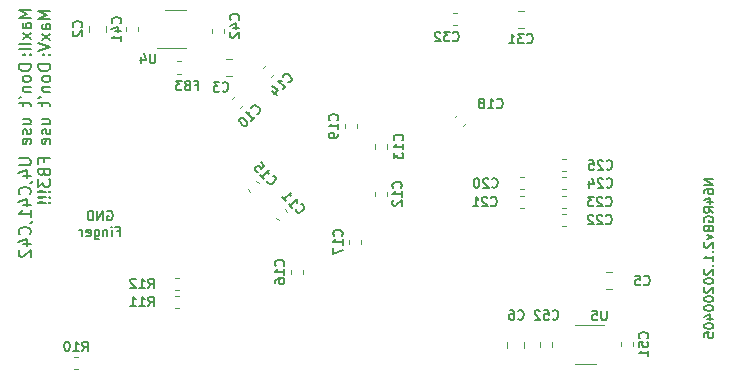
<source format=gbr>
G04 #@! TF.GenerationSoftware,KiCad,Pcbnew,(5.1.5)-3*
G04 #@! TF.CreationDate,2020-07-07T13:40:07+02:00*
G04 #@! TF.ProjectId,n64rgbv2.1,6e363472-6762-4763-922e-312e6b696361,rev?*
G04 #@! TF.SameCoordinates,Original*
G04 #@! TF.FileFunction,Legend,Bot*
G04 #@! TF.FilePolarity,Positive*
%FSLAX46Y46*%
G04 Gerber Fmt 4.6, Leading zero omitted, Abs format (unit mm)*
G04 Created by KiCad (PCBNEW (5.1.5)-3) date 2020-07-07 13:40:07*
%MOMM*%
%LPD*%
G04 APERTURE LIST*
%ADD10C,0.150000*%
%ADD11C,0.120000*%
G04 APERTURE END LIST*
D10*
X122402523Y-106113000D02*
X122478714Y-106074904D01*
X122593000Y-106074904D01*
X122707285Y-106113000D01*
X122783476Y-106189190D01*
X122821571Y-106265380D01*
X122859666Y-106417761D01*
X122859666Y-106532047D01*
X122821571Y-106684428D01*
X122783476Y-106760619D01*
X122707285Y-106836809D01*
X122593000Y-106874904D01*
X122516809Y-106874904D01*
X122402523Y-106836809D01*
X122364428Y-106798714D01*
X122364428Y-106532047D01*
X122516809Y-106532047D01*
X122021571Y-106874904D02*
X122021571Y-106074904D01*
X121564428Y-106874904D01*
X121564428Y-106074904D01*
X121183476Y-106874904D02*
X121183476Y-106074904D01*
X120993000Y-106074904D01*
X120878714Y-106113000D01*
X120802523Y-106189190D01*
X120764428Y-106265380D01*
X120726333Y-106417761D01*
X120726333Y-106532047D01*
X120764428Y-106684428D01*
X120802523Y-106760619D01*
X120878714Y-106836809D01*
X120993000Y-106874904D01*
X121183476Y-106874904D01*
X123183476Y-107805857D02*
X123450142Y-107805857D01*
X123450142Y-108224904D02*
X123450142Y-107424904D01*
X123069190Y-107424904D01*
X122764428Y-108224904D02*
X122764428Y-107691571D01*
X122764428Y-107424904D02*
X122802523Y-107463000D01*
X122764428Y-107501095D01*
X122726333Y-107463000D01*
X122764428Y-107424904D01*
X122764428Y-107501095D01*
X122383476Y-107691571D02*
X122383476Y-108224904D01*
X122383476Y-107767761D02*
X122345380Y-107729666D01*
X122269190Y-107691571D01*
X122154904Y-107691571D01*
X122078714Y-107729666D01*
X122040619Y-107805857D01*
X122040619Y-108224904D01*
X121316809Y-107691571D02*
X121316809Y-108339190D01*
X121354904Y-108415380D01*
X121393000Y-108453476D01*
X121469190Y-108491571D01*
X121583476Y-108491571D01*
X121659666Y-108453476D01*
X121316809Y-108186809D02*
X121393000Y-108224904D01*
X121545380Y-108224904D01*
X121621571Y-108186809D01*
X121659666Y-108148714D01*
X121697761Y-108072523D01*
X121697761Y-107843952D01*
X121659666Y-107767761D01*
X121621571Y-107729666D01*
X121545380Y-107691571D01*
X121393000Y-107691571D01*
X121316809Y-107729666D01*
X120631095Y-108186809D02*
X120707285Y-108224904D01*
X120859666Y-108224904D01*
X120935857Y-108186809D01*
X120973952Y-108110619D01*
X120973952Y-107805857D01*
X120935857Y-107729666D01*
X120859666Y-107691571D01*
X120707285Y-107691571D01*
X120631095Y-107729666D01*
X120593000Y-107805857D01*
X120593000Y-107882047D01*
X120973952Y-107958238D01*
X120250142Y-108224904D02*
X120250142Y-107691571D01*
X120250142Y-107843952D02*
X120212047Y-107767761D01*
X120173952Y-107729666D01*
X120097761Y-107691571D01*
X120021571Y-107691571D01*
X115908580Y-93705995D02*
X114908580Y-93705995D01*
X114908580Y-93944090D01*
X114956200Y-94086947D01*
X115051438Y-94182185D01*
X115146676Y-94229804D01*
X115337152Y-94277423D01*
X115480009Y-94277423D01*
X115670485Y-94229804D01*
X115765723Y-94182185D01*
X115860961Y-94086947D01*
X115908580Y-93944090D01*
X115908580Y-93705995D01*
X115908580Y-94848852D02*
X115860961Y-94753614D01*
X115813342Y-94705995D01*
X115718104Y-94658376D01*
X115432390Y-94658376D01*
X115337152Y-94705995D01*
X115289533Y-94753614D01*
X115241914Y-94848852D01*
X115241914Y-94991709D01*
X115289533Y-95086947D01*
X115337152Y-95134566D01*
X115432390Y-95182185D01*
X115718104Y-95182185D01*
X115813342Y-95134566D01*
X115860961Y-95086947D01*
X115908580Y-94991709D01*
X115908580Y-94848852D01*
X115241914Y-95610757D02*
X115908580Y-95610757D01*
X115337152Y-95610757D02*
X115289533Y-95658376D01*
X115241914Y-95753614D01*
X115241914Y-95896471D01*
X115289533Y-95991709D01*
X115384771Y-96039328D01*
X115908580Y-96039328D01*
X114908580Y-96563138D02*
X115099057Y-96467900D01*
X115241914Y-96848852D02*
X115241914Y-97229804D01*
X114908580Y-96991709D02*
X115765723Y-96991709D01*
X115860961Y-97039328D01*
X115908580Y-97134566D01*
X115908580Y-97229804D01*
X115241914Y-98753614D02*
X115908580Y-98753614D01*
X115241914Y-98325042D02*
X115765723Y-98325042D01*
X115860961Y-98372661D01*
X115908580Y-98467900D01*
X115908580Y-98610757D01*
X115860961Y-98705995D01*
X115813342Y-98753614D01*
X115860961Y-99182185D02*
X115908580Y-99277423D01*
X115908580Y-99467900D01*
X115860961Y-99563138D01*
X115765723Y-99610757D01*
X115718104Y-99610757D01*
X115622866Y-99563138D01*
X115575247Y-99467900D01*
X115575247Y-99325042D01*
X115527628Y-99229804D01*
X115432390Y-99182185D01*
X115384771Y-99182185D01*
X115289533Y-99229804D01*
X115241914Y-99325042D01*
X115241914Y-99467900D01*
X115289533Y-99563138D01*
X115860961Y-100420280D02*
X115908580Y-100325042D01*
X115908580Y-100134566D01*
X115860961Y-100039328D01*
X115765723Y-99991709D01*
X115384771Y-99991709D01*
X115289533Y-100039328D01*
X115241914Y-100134566D01*
X115241914Y-100325042D01*
X115289533Y-100420280D01*
X115384771Y-100467900D01*
X115480009Y-100467900D01*
X115575247Y-99991709D01*
X114908580Y-101658376D02*
X115718104Y-101658376D01*
X115813342Y-101705995D01*
X115860961Y-101753614D01*
X115908580Y-101848852D01*
X115908580Y-102039328D01*
X115860961Y-102134566D01*
X115813342Y-102182185D01*
X115718104Y-102229804D01*
X114908580Y-102229804D01*
X115241914Y-103134566D02*
X115908580Y-103134566D01*
X114860961Y-102896471D02*
X115575247Y-102658376D01*
X115575247Y-103277423D01*
X115860961Y-103705995D02*
X115908580Y-103705995D01*
X116003819Y-103658376D01*
X116051438Y-103610757D01*
X115813342Y-104705995D02*
X115860961Y-104658376D01*
X115908580Y-104515519D01*
X115908580Y-104420280D01*
X115860961Y-104277423D01*
X115765723Y-104182185D01*
X115670485Y-104134566D01*
X115480009Y-104086947D01*
X115337152Y-104086947D01*
X115146676Y-104134566D01*
X115051438Y-104182185D01*
X114956200Y-104277423D01*
X114908580Y-104420280D01*
X114908580Y-104515519D01*
X114956200Y-104658376D01*
X115003819Y-104705995D01*
X115241914Y-105563138D02*
X115908580Y-105563138D01*
X114860961Y-105325042D02*
X115575247Y-105086947D01*
X115575247Y-105705995D01*
X115908580Y-106610757D02*
X115908580Y-106039328D01*
X115908580Y-106325042D02*
X114908580Y-106325042D01*
X115051438Y-106229804D01*
X115146676Y-106134566D01*
X115194295Y-106039328D01*
X115860961Y-107086947D02*
X115908580Y-107086947D01*
X116003819Y-107039328D01*
X116051438Y-106991709D01*
X115813342Y-108086947D02*
X115860961Y-108039328D01*
X115908580Y-107896471D01*
X115908580Y-107801233D01*
X115860961Y-107658376D01*
X115765723Y-107563138D01*
X115670485Y-107515519D01*
X115480009Y-107467900D01*
X115337152Y-107467900D01*
X115146676Y-107515519D01*
X115051438Y-107563138D01*
X114956200Y-107658376D01*
X114908580Y-107801233D01*
X114908580Y-107896471D01*
X114956200Y-108039328D01*
X115003819Y-108086947D01*
X115241914Y-108944090D02*
X115908580Y-108944090D01*
X114860961Y-108705995D02*
X115575247Y-108467900D01*
X115575247Y-109086947D01*
X115003819Y-109420280D02*
X114956200Y-109467900D01*
X114908580Y-109563138D01*
X114908580Y-109801233D01*
X114956200Y-109896471D01*
X115003819Y-109944090D01*
X115099057Y-109991709D01*
X115194295Y-109991709D01*
X115337152Y-109944090D01*
X115908580Y-109372661D01*
X115908580Y-109991709D01*
X117558580Y-93705995D02*
X116558580Y-93705995D01*
X116558580Y-93944090D01*
X116606200Y-94086947D01*
X116701438Y-94182185D01*
X116796676Y-94229804D01*
X116987152Y-94277423D01*
X117130009Y-94277423D01*
X117320485Y-94229804D01*
X117415723Y-94182185D01*
X117510961Y-94086947D01*
X117558580Y-93944090D01*
X117558580Y-93705995D01*
X117558580Y-94848852D02*
X117510961Y-94753614D01*
X117463342Y-94705995D01*
X117368104Y-94658376D01*
X117082390Y-94658376D01*
X116987152Y-94705995D01*
X116939533Y-94753614D01*
X116891914Y-94848852D01*
X116891914Y-94991709D01*
X116939533Y-95086947D01*
X116987152Y-95134566D01*
X117082390Y-95182185D01*
X117368104Y-95182185D01*
X117463342Y-95134566D01*
X117510961Y-95086947D01*
X117558580Y-94991709D01*
X117558580Y-94848852D01*
X116891914Y-95610757D02*
X117558580Y-95610757D01*
X116987152Y-95610757D02*
X116939533Y-95658376D01*
X116891914Y-95753614D01*
X116891914Y-95896471D01*
X116939533Y-95991709D01*
X117034771Y-96039328D01*
X117558580Y-96039328D01*
X116558580Y-96563138D02*
X116749057Y-96467900D01*
X116891914Y-96848852D02*
X116891914Y-97229804D01*
X116558580Y-96991709D02*
X117415723Y-96991709D01*
X117510961Y-97039328D01*
X117558580Y-97134566D01*
X117558580Y-97229804D01*
X116891914Y-98753614D02*
X117558580Y-98753614D01*
X116891914Y-98325042D02*
X117415723Y-98325042D01*
X117510961Y-98372661D01*
X117558580Y-98467900D01*
X117558580Y-98610757D01*
X117510961Y-98705995D01*
X117463342Y-98753614D01*
X117510961Y-99182185D02*
X117558580Y-99277423D01*
X117558580Y-99467900D01*
X117510961Y-99563138D01*
X117415723Y-99610757D01*
X117368104Y-99610757D01*
X117272866Y-99563138D01*
X117225247Y-99467900D01*
X117225247Y-99325042D01*
X117177628Y-99229804D01*
X117082390Y-99182185D01*
X117034771Y-99182185D01*
X116939533Y-99229804D01*
X116891914Y-99325042D01*
X116891914Y-99467900D01*
X116939533Y-99563138D01*
X117510961Y-100420280D02*
X117558580Y-100325042D01*
X117558580Y-100134566D01*
X117510961Y-100039328D01*
X117415723Y-99991709D01*
X117034771Y-99991709D01*
X116939533Y-100039328D01*
X116891914Y-100134566D01*
X116891914Y-100325042D01*
X116939533Y-100420280D01*
X117034771Y-100467900D01*
X117130009Y-100467900D01*
X117225247Y-99991709D01*
X117034771Y-101991709D02*
X117034771Y-101658376D01*
X117558580Y-101658376D02*
X116558580Y-101658376D01*
X116558580Y-102134566D01*
X117034771Y-102848852D02*
X117082390Y-102991709D01*
X117130009Y-103039328D01*
X117225247Y-103086947D01*
X117368104Y-103086947D01*
X117463342Y-103039328D01*
X117510961Y-102991709D01*
X117558580Y-102896471D01*
X117558580Y-102515519D01*
X116558580Y-102515519D01*
X116558580Y-102848852D01*
X116606200Y-102944090D01*
X116653819Y-102991709D01*
X116749057Y-103039328D01*
X116844295Y-103039328D01*
X116939533Y-102991709D01*
X116987152Y-102944090D01*
X117034771Y-102848852D01*
X117034771Y-102515519D01*
X116558580Y-103420280D02*
X116558580Y-104039328D01*
X116939533Y-103705995D01*
X116939533Y-103848852D01*
X116987152Y-103944090D01*
X117034771Y-103991709D01*
X117130009Y-104039328D01*
X117368104Y-104039328D01*
X117463342Y-103991709D01*
X117510961Y-103944090D01*
X117558580Y-103848852D01*
X117558580Y-103563138D01*
X117510961Y-103467900D01*
X117463342Y-103420280D01*
X117463342Y-104467900D02*
X117510961Y-104515519D01*
X117558580Y-104467900D01*
X117510961Y-104420280D01*
X117463342Y-104467900D01*
X117558580Y-104467900D01*
X117177628Y-104467900D02*
X116606200Y-104420280D01*
X116558580Y-104467900D01*
X116606200Y-104515519D01*
X117177628Y-104467900D01*
X116558580Y-104467900D01*
X117463342Y-104944090D02*
X117510961Y-104991709D01*
X117558580Y-104944090D01*
X117510961Y-104896471D01*
X117463342Y-104944090D01*
X117558580Y-104944090D01*
X117177628Y-104944090D02*
X116606200Y-104896471D01*
X116558580Y-104944090D01*
X116606200Y-104991709D01*
X117177628Y-104944090D01*
X116558580Y-104944090D01*
X117463342Y-105420280D02*
X117510961Y-105467900D01*
X117558580Y-105420280D01*
X117510961Y-105372661D01*
X117463342Y-105420280D01*
X117558580Y-105420280D01*
X117177628Y-105420280D02*
X116606200Y-105372661D01*
X116558580Y-105420280D01*
X116606200Y-105467900D01*
X117177628Y-105420280D01*
X116558580Y-105420280D01*
X115908580Y-89072880D02*
X114908580Y-89072880D01*
X115622866Y-89406214D01*
X114908580Y-89739547D01*
X115908580Y-89739547D01*
X115908580Y-90644309D02*
X115384771Y-90644309D01*
X115289533Y-90596690D01*
X115241914Y-90501452D01*
X115241914Y-90310976D01*
X115289533Y-90215738D01*
X115860961Y-90644309D02*
X115908580Y-90549071D01*
X115908580Y-90310976D01*
X115860961Y-90215738D01*
X115765723Y-90168119D01*
X115670485Y-90168119D01*
X115575247Y-90215738D01*
X115527628Y-90310976D01*
X115527628Y-90549071D01*
X115480009Y-90644309D01*
X115908580Y-91025261D02*
X115241914Y-91549071D01*
X115241914Y-91025261D02*
X115908580Y-91549071D01*
X115908580Y-91930023D02*
X114908580Y-91930023D01*
X115908580Y-92406214D02*
X114908580Y-92406214D01*
X115813342Y-92882404D02*
X115860961Y-92930023D01*
X115908580Y-92882404D01*
X115860961Y-92834785D01*
X115813342Y-92882404D01*
X115908580Y-92882404D01*
X115289533Y-92882404D02*
X115337152Y-92930023D01*
X115384771Y-92882404D01*
X115337152Y-92834785D01*
X115289533Y-92882404D01*
X115384771Y-92882404D01*
X117558580Y-89168119D02*
X116558580Y-89168119D01*
X117272866Y-89501452D01*
X116558580Y-89834785D01*
X117558580Y-89834785D01*
X117558580Y-90739547D02*
X117034771Y-90739547D01*
X116939533Y-90691928D01*
X116891914Y-90596690D01*
X116891914Y-90406214D01*
X116939533Y-90310976D01*
X117510961Y-90739547D02*
X117558580Y-90644309D01*
X117558580Y-90406214D01*
X117510961Y-90310976D01*
X117415723Y-90263357D01*
X117320485Y-90263357D01*
X117225247Y-90310976D01*
X117177628Y-90406214D01*
X117177628Y-90644309D01*
X117130009Y-90739547D01*
X117558580Y-91120500D02*
X116891914Y-91644309D01*
X116891914Y-91120500D02*
X117558580Y-91644309D01*
X116558580Y-91882404D02*
X117558580Y-92215738D01*
X116558580Y-92549071D01*
X117463342Y-92882404D02*
X117510961Y-92930023D01*
X117558580Y-92882404D01*
X117510961Y-92834785D01*
X117463342Y-92882404D01*
X117558580Y-92882404D01*
X116939533Y-92882404D02*
X116987152Y-92930023D01*
X117034771Y-92882404D01*
X116987152Y-92834785D01*
X116939533Y-92882404D01*
X117034771Y-92882404D01*
X173716904Y-103423285D02*
X172916904Y-103423285D01*
X173716904Y-103880428D01*
X172916904Y-103880428D01*
X172916904Y-104604238D02*
X172916904Y-104451857D01*
X172955000Y-104375666D01*
X172993095Y-104337571D01*
X173107380Y-104261380D01*
X173259761Y-104223285D01*
X173564523Y-104223285D01*
X173640714Y-104261380D01*
X173678809Y-104299476D01*
X173716904Y-104375666D01*
X173716904Y-104528047D01*
X173678809Y-104604238D01*
X173640714Y-104642333D01*
X173564523Y-104680428D01*
X173374047Y-104680428D01*
X173297857Y-104642333D01*
X173259761Y-104604238D01*
X173221666Y-104528047D01*
X173221666Y-104375666D01*
X173259761Y-104299476D01*
X173297857Y-104261380D01*
X173374047Y-104223285D01*
X173183571Y-105366142D02*
X173716904Y-105366142D01*
X172878809Y-105175666D02*
X173450238Y-104985190D01*
X173450238Y-105480428D01*
X173716904Y-106242333D02*
X173335952Y-105975666D01*
X173716904Y-105785190D02*
X172916904Y-105785190D01*
X172916904Y-106089952D01*
X172955000Y-106166142D01*
X172993095Y-106204238D01*
X173069285Y-106242333D01*
X173183571Y-106242333D01*
X173259761Y-106204238D01*
X173297857Y-106166142D01*
X173335952Y-106089952D01*
X173335952Y-105785190D01*
X172955000Y-107004238D02*
X172916904Y-106928047D01*
X172916904Y-106813761D01*
X172955000Y-106699476D01*
X173031190Y-106623285D01*
X173107380Y-106585190D01*
X173259761Y-106547095D01*
X173374047Y-106547095D01*
X173526428Y-106585190D01*
X173602619Y-106623285D01*
X173678809Y-106699476D01*
X173716904Y-106813761D01*
X173716904Y-106889952D01*
X173678809Y-107004238D01*
X173640714Y-107042333D01*
X173374047Y-107042333D01*
X173374047Y-106889952D01*
X173297857Y-107651857D02*
X173335952Y-107766142D01*
X173374047Y-107804238D01*
X173450238Y-107842333D01*
X173564523Y-107842333D01*
X173640714Y-107804238D01*
X173678809Y-107766142D01*
X173716904Y-107689952D01*
X173716904Y-107385190D01*
X172916904Y-107385190D01*
X172916904Y-107651857D01*
X172955000Y-107728047D01*
X172993095Y-107766142D01*
X173069285Y-107804238D01*
X173145476Y-107804238D01*
X173221666Y-107766142D01*
X173259761Y-107728047D01*
X173297857Y-107651857D01*
X173297857Y-107385190D01*
X173183571Y-108109000D02*
X173716904Y-108299476D01*
X173183571Y-108489952D01*
X172993095Y-108756619D02*
X172955000Y-108794714D01*
X172916904Y-108870904D01*
X172916904Y-109061380D01*
X172955000Y-109137571D01*
X172993095Y-109175666D01*
X173069285Y-109213761D01*
X173145476Y-109213761D01*
X173259761Y-109175666D01*
X173716904Y-108718523D01*
X173716904Y-109213761D01*
X173640714Y-109556619D02*
X173678809Y-109594714D01*
X173716904Y-109556619D01*
X173678809Y-109518523D01*
X173640714Y-109556619D01*
X173716904Y-109556619D01*
X173716904Y-110356619D02*
X173716904Y-109899476D01*
X173716904Y-110128047D02*
X172916904Y-110128047D01*
X173031190Y-110051857D01*
X173107380Y-109975666D01*
X173145476Y-109899476D01*
X173640714Y-110699476D02*
X173678809Y-110737571D01*
X173716904Y-110699476D01*
X173678809Y-110661380D01*
X173640714Y-110699476D01*
X173716904Y-110699476D01*
X172993095Y-111042333D02*
X172955000Y-111080428D01*
X172916904Y-111156619D01*
X172916904Y-111347095D01*
X172955000Y-111423285D01*
X172993095Y-111461380D01*
X173069285Y-111499476D01*
X173145476Y-111499476D01*
X173259761Y-111461380D01*
X173716904Y-111004238D01*
X173716904Y-111499476D01*
X172916904Y-111994714D02*
X172916904Y-112070904D01*
X172955000Y-112147095D01*
X172993095Y-112185190D01*
X173069285Y-112223285D01*
X173221666Y-112261380D01*
X173412142Y-112261380D01*
X173564523Y-112223285D01*
X173640714Y-112185190D01*
X173678809Y-112147095D01*
X173716904Y-112070904D01*
X173716904Y-111994714D01*
X173678809Y-111918523D01*
X173640714Y-111880428D01*
X173564523Y-111842333D01*
X173412142Y-111804238D01*
X173221666Y-111804238D01*
X173069285Y-111842333D01*
X172993095Y-111880428D01*
X172955000Y-111918523D01*
X172916904Y-111994714D01*
X172993095Y-112566142D02*
X172955000Y-112604238D01*
X172916904Y-112680428D01*
X172916904Y-112870904D01*
X172955000Y-112947095D01*
X172993095Y-112985190D01*
X173069285Y-113023285D01*
X173145476Y-113023285D01*
X173259761Y-112985190D01*
X173716904Y-112528047D01*
X173716904Y-113023285D01*
X172916904Y-113518523D02*
X172916904Y-113594714D01*
X172955000Y-113670904D01*
X172993095Y-113709000D01*
X173069285Y-113747095D01*
X173221666Y-113785190D01*
X173412142Y-113785190D01*
X173564523Y-113747095D01*
X173640714Y-113709000D01*
X173678809Y-113670904D01*
X173716904Y-113594714D01*
X173716904Y-113518523D01*
X173678809Y-113442333D01*
X173640714Y-113404238D01*
X173564523Y-113366142D01*
X173412142Y-113328047D01*
X173221666Y-113328047D01*
X173069285Y-113366142D01*
X172993095Y-113404238D01*
X172955000Y-113442333D01*
X172916904Y-113518523D01*
X172916904Y-114280428D02*
X172916904Y-114356619D01*
X172955000Y-114432809D01*
X172993095Y-114470904D01*
X173069285Y-114509000D01*
X173221666Y-114547095D01*
X173412142Y-114547095D01*
X173564523Y-114509000D01*
X173640714Y-114470904D01*
X173678809Y-114432809D01*
X173716904Y-114356619D01*
X173716904Y-114280428D01*
X173678809Y-114204238D01*
X173640714Y-114166142D01*
X173564523Y-114128047D01*
X173412142Y-114089952D01*
X173221666Y-114089952D01*
X173069285Y-114128047D01*
X172993095Y-114166142D01*
X172955000Y-114204238D01*
X172916904Y-114280428D01*
X173183571Y-115232809D02*
X173716904Y-115232809D01*
X172878809Y-115042333D02*
X173450238Y-114851857D01*
X173450238Y-115347095D01*
X172916904Y-115804238D02*
X172916904Y-115880428D01*
X172955000Y-115956619D01*
X172993095Y-115994714D01*
X173069285Y-116032809D01*
X173221666Y-116070904D01*
X173412142Y-116070904D01*
X173564523Y-116032809D01*
X173640714Y-115994714D01*
X173678809Y-115956619D01*
X173716904Y-115880428D01*
X173716904Y-115804238D01*
X173678809Y-115728047D01*
X173640714Y-115689952D01*
X173564523Y-115651857D01*
X173412142Y-115613761D01*
X173221666Y-115613761D01*
X173069285Y-115651857D01*
X172993095Y-115689952D01*
X172955000Y-115728047D01*
X172916904Y-115804238D01*
X172916904Y-116794714D02*
X172916904Y-116413761D01*
X173297857Y-116375666D01*
X173259761Y-116413761D01*
X173221666Y-116489952D01*
X173221666Y-116680428D01*
X173259761Y-116756619D01*
X173297857Y-116794714D01*
X173374047Y-116832809D01*
X173564523Y-116832809D01*
X173640714Y-116794714D01*
X173678809Y-116756619D01*
X173716904Y-116680428D01*
X173716904Y-116489952D01*
X173678809Y-116413761D01*
X173640714Y-116375666D01*
D11*
X162013240Y-115804040D02*
X164463240Y-115804040D01*
X163813240Y-119024040D02*
X162013240Y-119024040D01*
X129080920Y-92303280D02*
X126630920Y-92303280D01*
X127280920Y-89083280D02*
X129080920Y-89083280D01*
X128098733Y-111758000D02*
X128441267Y-111758000D01*
X128098733Y-112778000D02*
X128441267Y-112778000D01*
X128098733Y-113282000D02*
X128441267Y-113282000D01*
X128098733Y-114302000D02*
X128441267Y-114302000D01*
X119589733Y-118489000D02*
X119932267Y-118489000D01*
X119589733Y-119509000D02*
X119932267Y-119509000D01*
X128664687Y-93449680D02*
X128322153Y-93449680D01*
X128664687Y-94469680D02*
X128322153Y-94469680D01*
X160022000Y-117242773D02*
X160022000Y-117585307D01*
X159002000Y-117242773D02*
X159002000Y-117585307D01*
X166895240Y-117217273D02*
X166895240Y-117559807D01*
X165875240Y-117217273D02*
X165875240Y-117559807D01*
X131244880Y-91016807D02*
X131244880Y-90674273D01*
X132264880Y-91016807D02*
X132264880Y-90674273D01*
X123950000Y-90879747D02*
X123950000Y-90537213D01*
X124970000Y-90879747D02*
X124970000Y-90537213D01*
X152037767Y-90392980D02*
X151695233Y-90392980D01*
X152037767Y-89372980D02*
X151695233Y-89372980D01*
X157140248Y-89206000D02*
X157662752Y-89206000D01*
X157140248Y-90626000D02*
X157662752Y-90626000D01*
X161242727Y-102719600D02*
X160900193Y-102719600D01*
X161242727Y-101699600D02*
X160900193Y-101699600D01*
X161242928Y-104281700D02*
X160900394Y-104281700D01*
X161242928Y-103261700D02*
X160900394Y-103261700D01*
X161242827Y-105833640D02*
X160900293Y-105833640D01*
X161242827Y-104813640D02*
X160900293Y-104813640D01*
X161242928Y-107383040D02*
X160900394Y-107383040D01*
X161242928Y-106363040D02*
X160900394Y-106363040D01*
X157308733Y-104813640D02*
X157651267Y-104813640D01*
X157308733Y-105833640D02*
X157651267Y-105833640D01*
X157308733Y-103264240D02*
X157651267Y-103264240D01*
X157308733Y-104284240D02*
X157651267Y-104284240D01*
X143512000Y-98761733D02*
X143512000Y-99104267D01*
X142492000Y-98761733D02*
X142492000Y-99104267D01*
X151791271Y-98185480D02*
X152033480Y-97943271D01*
X152512520Y-98906729D02*
X152754729Y-98664520D01*
X143893000Y-108540733D02*
X143893000Y-108883267D01*
X142873000Y-108540733D02*
X142873000Y-108883267D01*
X138940000Y-111080733D02*
X138940000Y-111423267D01*
X137920000Y-111080733D02*
X137920000Y-111423267D01*
X134986520Y-103531271D02*
X135228729Y-103773480D01*
X134265271Y-104252520D02*
X134507480Y-104494729D01*
X135572784Y-94023007D02*
X135814993Y-93780798D01*
X136294033Y-94744256D02*
X136536242Y-94502047D01*
X146052000Y-100476233D02*
X146052000Y-100818767D01*
X145032000Y-100476233D02*
X145032000Y-100818767D01*
X145032000Y-104819267D02*
X145032000Y-104476733D01*
X146052000Y-104819267D02*
X146052000Y-104476733D01*
X136920480Y-106907729D02*
X136678271Y-106665520D01*
X137641729Y-106186480D02*
X137399520Y-105944271D01*
X133895816Y-97128407D02*
X133653607Y-97370616D01*
X133174567Y-96407158D02*
X132932358Y-96649367D01*
X157682000Y-117165248D02*
X157682000Y-117687752D01*
X156262000Y-117165248D02*
X156262000Y-117687752D01*
X164635548Y-111253200D02*
X165158052Y-111253200D01*
X164635548Y-112673200D02*
X165158052Y-112673200D01*
X132438508Y-93239520D02*
X132961012Y-93239520D01*
X132438508Y-94659520D02*
X132961012Y-94659520D01*
X120829000Y-90939252D02*
X120829000Y-90416748D01*
X122249000Y-90939252D02*
X122249000Y-90416748D01*
D10*
X164693523Y-114560404D02*
X164693523Y-115208023D01*
X164655428Y-115284214D01*
X164617333Y-115322309D01*
X164541142Y-115360404D01*
X164388761Y-115360404D01*
X164312571Y-115322309D01*
X164274476Y-115284214D01*
X164236380Y-115208023D01*
X164236380Y-114560404D01*
X163474476Y-114560404D02*
X163855428Y-114560404D01*
X163893523Y-114941357D01*
X163855428Y-114903261D01*
X163779238Y-114865166D01*
X163588761Y-114865166D01*
X163512571Y-114903261D01*
X163474476Y-114941357D01*
X163436380Y-115017547D01*
X163436380Y-115208023D01*
X163474476Y-115284214D01*
X163512571Y-115322309D01*
X163588761Y-115360404D01*
X163779238Y-115360404D01*
X163855428Y-115322309D01*
X163893523Y-115284214D01*
X126466523Y-92779904D02*
X126466523Y-93427523D01*
X126428428Y-93503714D01*
X126390333Y-93541809D01*
X126314142Y-93579904D01*
X126161761Y-93579904D01*
X126085571Y-93541809D01*
X126047476Y-93503714D01*
X126009380Y-93427523D01*
X126009380Y-92779904D01*
X125285571Y-93046571D02*
X125285571Y-93579904D01*
X125476047Y-92741809D02*
X125666523Y-93313238D01*
X125171285Y-93313238D01*
X125863285Y-112629904D02*
X126129952Y-112248952D01*
X126320428Y-112629904D02*
X126320428Y-111829904D01*
X126015666Y-111829904D01*
X125939476Y-111868000D01*
X125901380Y-111906095D01*
X125863285Y-111982285D01*
X125863285Y-112096571D01*
X125901380Y-112172761D01*
X125939476Y-112210857D01*
X126015666Y-112248952D01*
X126320428Y-112248952D01*
X125101380Y-112629904D02*
X125558523Y-112629904D01*
X125329952Y-112629904D02*
X125329952Y-111829904D01*
X125406142Y-111944190D01*
X125482333Y-112020380D01*
X125558523Y-112058476D01*
X124796619Y-111906095D02*
X124758523Y-111868000D01*
X124682333Y-111829904D01*
X124491857Y-111829904D01*
X124415666Y-111868000D01*
X124377571Y-111906095D01*
X124339476Y-111982285D01*
X124339476Y-112058476D01*
X124377571Y-112172761D01*
X124834714Y-112629904D01*
X124339476Y-112629904D01*
X125863285Y-114153904D02*
X126129952Y-113772952D01*
X126320428Y-114153904D02*
X126320428Y-113353904D01*
X126015666Y-113353904D01*
X125939476Y-113392000D01*
X125901380Y-113430095D01*
X125863285Y-113506285D01*
X125863285Y-113620571D01*
X125901380Y-113696761D01*
X125939476Y-113734857D01*
X126015666Y-113772952D01*
X126320428Y-113772952D01*
X125101380Y-114153904D02*
X125558523Y-114153904D01*
X125329952Y-114153904D02*
X125329952Y-113353904D01*
X125406142Y-113468190D01*
X125482333Y-113544380D01*
X125558523Y-113582476D01*
X124339476Y-114153904D02*
X124796619Y-114153904D01*
X124568047Y-114153904D02*
X124568047Y-113353904D01*
X124644238Y-113468190D01*
X124720428Y-113544380D01*
X124796619Y-113582476D01*
X120275285Y-117963904D02*
X120541952Y-117582952D01*
X120732428Y-117963904D02*
X120732428Y-117163904D01*
X120427666Y-117163904D01*
X120351476Y-117202000D01*
X120313380Y-117240095D01*
X120275285Y-117316285D01*
X120275285Y-117430571D01*
X120313380Y-117506761D01*
X120351476Y-117544857D01*
X120427666Y-117582952D01*
X120732428Y-117582952D01*
X119513380Y-117963904D02*
X119970523Y-117963904D01*
X119741952Y-117963904D02*
X119741952Y-117163904D01*
X119818142Y-117278190D01*
X119894333Y-117354380D01*
X119970523Y-117392476D01*
X119018142Y-117163904D02*
X118941952Y-117163904D01*
X118865761Y-117202000D01*
X118827666Y-117240095D01*
X118789571Y-117316285D01*
X118751476Y-117468666D01*
X118751476Y-117659142D01*
X118789571Y-117811523D01*
X118827666Y-117887714D01*
X118865761Y-117925809D01*
X118941952Y-117963904D01*
X119018142Y-117963904D01*
X119094333Y-117925809D01*
X119132428Y-117887714D01*
X119170523Y-117811523D01*
X119208619Y-117659142D01*
X119208619Y-117468666D01*
X119170523Y-117316285D01*
X119132428Y-117240095D01*
X119094333Y-117202000D01*
X119018142Y-117163904D01*
X129825666Y-95446857D02*
X130092333Y-95446857D01*
X130092333Y-95865904D02*
X130092333Y-95065904D01*
X129711380Y-95065904D01*
X129139952Y-95446857D02*
X129025666Y-95484952D01*
X128987571Y-95523047D01*
X128949476Y-95599238D01*
X128949476Y-95713523D01*
X128987571Y-95789714D01*
X129025666Y-95827809D01*
X129101857Y-95865904D01*
X129406619Y-95865904D01*
X129406619Y-95065904D01*
X129139952Y-95065904D01*
X129063761Y-95104000D01*
X129025666Y-95142095D01*
X128987571Y-95218285D01*
X128987571Y-95294476D01*
X129025666Y-95370666D01*
X129063761Y-95408761D01*
X129139952Y-95446857D01*
X129406619Y-95446857D01*
X128682809Y-95065904D02*
X128187571Y-95065904D01*
X128454238Y-95370666D01*
X128339952Y-95370666D01*
X128263761Y-95408761D01*
X128225666Y-95446857D01*
X128187571Y-95523047D01*
X128187571Y-95713523D01*
X128225666Y-95789714D01*
X128263761Y-95827809D01*
X128339952Y-95865904D01*
X128568523Y-95865904D01*
X128644714Y-95827809D01*
X128682809Y-95789714D01*
X160089785Y-115220714D02*
X160127880Y-115258809D01*
X160242166Y-115296904D01*
X160318357Y-115296904D01*
X160432642Y-115258809D01*
X160508833Y-115182619D01*
X160546928Y-115106428D01*
X160585023Y-114954047D01*
X160585023Y-114839761D01*
X160546928Y-114687380D01*
X160508833Y-114611190D01*
X160432642Y-114535000D01*
X160318357Y-114496904D01*
X160242166Y-114496904D01*
X160127880Y-114535000D01*
X160089785Y-114573095D01*
X159365976Y-114496904D02*
X159746928Y-114496904D01*
X159785023Y-114877857D01*
X159746928Y-114839761D01*
X159670738Y-114801666D01*
X159480261Y-114801666D01*
X159404071Y-114839761D01*
X159365976Y-114877857D01*
X159327880Y-114954047D01*
X159327880Y-115144523D01*
X159365976Y-115220714D01*
X159404071Y-115258809D01*
X159480261Y-115296904D01*
X159670738Y-115296904D01*
X159746928Y-115258809D01*
X159785023Y-115220714D01*
X159023119Y-114573095D02*
X158985023Y-114535000D01*
X158908833Y-114496904D01*
X158718357Y-114496904D01*
X158642166Y-114535000D01*
X158604071Y-114573095D01*
X158565976Y-114649285D01*
X158565976Y-114725476D01*
X158604071Y-114839761D01*
X159061214Y-115296904D01*
X158565976Y-115296904D01*
X168116214Y-116874254D02*
X168154309Y-116836159D01*
X168192404Y-116721873D01*
X168192404Y-116645682D01*
X168154309Y-116531397D01*
X168078119Y-116455206D01*
X168001928Y-116417111D01*
X167849547Y-116379016D01*
X167735261Y-116379016D01*
X167582880Y-116417111D01*
X167506690Y-116455206D01*
X167430500Y-116531397D01*
X167392404Y-116645682D01*
X167392404Y-116721873D01*
X167430500Y-116836159D01*
X167468595Y-116874254D01*
X167392404Y-117598063D02*
X167392404Y-117217111D01*
X167773357Y-117179016D01*
X167735261Y-117217111D01*
X167697166Y-117293301D01*
X167697166Y-117483778D01*
X167735261Y-117559968D01*
X167773357Y-117598063D01*
X167849547Y-117636159D01*
X168040023Y-117636159D01*
X168116214Y-117598063D01*
X168154309Y-117559968D01*
X168192404Y-117483778D01*
X168192404Y-117293301D01*
X168154309Y-117217111D01*
X168116214Y-117179016D01*
X168192404Y-118398063D02*
X168192404Y-117940920D01*
X168192404Y-118169492D02*
X167392404Y-118169492D01*
X167506690Y-118093301D01*
X167582880Y-118017111D01*
X167620976Y-117940920D01*
X133508714Y-89909714D02*
X133546809Y-89871619D01*
X133584904Y-89757333D01*
X133584904Y-89681142D01*
X133546809Y-89566857D01*
X133470619Y-89490666D01*
X133394428Y-89452571D01*
X133242047Y-89414476D01*
X133127761Y-89414476D01*
X132975380Y-89452571D01*
X132899190Y-89490666D01*
X132823000Y-89566857D01*
X132784904Y-89681142D01*
X132784904Y-89757333D01*
X132823000Y-89871619D01*
X132861095Y-89909714D01*
X133051571Y-90595428D02*
X133584904Y-90595428D01*
X132746809Y-90404952D02*
X133318238Y-90214476D01*
X133318238Y-90709714D01*
X132861095Y-90976380D02*
X132823000Y-91014476D01*
X132784904Y-91090666D01*
X132784904Y-91281142D01*
X132823000Y-91357333D01*
X132861095Y-91395428D01*
X132937285Y-91433523D01*
X133013476Y-91433523D01*
X133127761Y-91395428D01*
X133584904Y-90938285D01*
X133584904Y-91433523D01*
X123475714Y-90194194D02*
X123513809Y-90156099D01*
X123551904Y-90041813D01*
X123551904Y-89965622D01*
X123513809Y-89851337D01*
X123437619Y-89775146D01*
X123361428Y-89737051D01*
X123209047Y-89698956D01*
X123094761Y-89698956D01*
X122942380Y-89737051D01*
X122866190Y-89775146D01*
X122790000Y-89851337D01*
X122751904Y-89965622D01*
X122751904Y-90041813D01*
X122790000Y-90156099D01*
X122828095Y-90194194D01*
X123018571Y-90879908D02*
X123551904Y-90879908D01*
X122713809Y-90689432D02*
X123285238Y-90498956D01*
X123285238Y-90994194D01*
X123551904Y-91718003D02*
X123551904Y-91260860D01*
X123551904Y-91489432D02*
X122751904Y-91489432D01*
X122866190Y-91413241D01*
X122942380Y-91337051D01*
X122980476Y-91260860D01*
X151644285Y-91662214D02*
X151682380Y-91700309D01*
X151796666Y-91738404D01*
X151872857Y-91738404D01*
X151987142Y-91700309D01*
X152063333Y-91624119D01*
X152101428Y-91547928D01*
X152139523Y-91395547D01*
X152139523Y-91281261D01*
X152101428Y-91128880D01*
X152063333Y-91052690D01*
X151987142Y-90976500D01*
X151872857Y-90938404D01*
X151796666Y-90938404D01*
X151682380Y-90976500D01*
X151644285Y-91014595D01*
X151377619Y-90938404D02*
X150882380Y-90938404D01*
X151149047Y-91243166D01*
X151034761Y-91243166D01*
X150958571Y-91281261D01*
X150920476Y-91319357D01*
X150882380Y-91395547D01*
X150882380Y-91586023D01*
X150920476Y-91662214D01*
X150958571Y-91700309D01*
X151034761Y-91738404D01*
X151263333Y-91738404D01*
X151339523Y-91700309D01*
X151377619Y-91662214D01*
X150577619Y-91014595D02*
X150539523Y-90976500D01*
X150463333Y-90938404D01*
X150272857Y-90938404D01*
X150196666Y-90976500D01*
X150158571Y-91014595D01*
X150120476Y-91090785D01*
X150120476Y-91166976D01*
X150158571Y-91281261D01*
X150615714Y-91738404D01*
X150120476Y-91738404D01*
X157915785Y-91851714D02*
X157953880Y-91889809D01*
X158068166Y-91927904D01*
X158144357Y-91927904D01*
X158258642Y-91889809D01*
X158334833Y-91813619D01*
X158372928Y-91737428D01*
X158411023Y-91585047D01*
X158411023Y-91470761D01*
X158372928Y-91318380D01*
X158334833Y-91242190D01*
X158258642Y-91166000D01*
X158144357Y-91127904D01*
X158068166Y-91127904D01*
X157953880Y-91166000D01*
X157915785Y-91204095D01*
X157649119Y-91127904D02*
X157153880Y-91127904D01*
X157420547Y-91432666D01*
X157306261Y-91432666D01*
X157230071Y-91470761D01*
X157191976Y-91508857D01*
X157153880Y-91585047D01*
X157153880Y-91775523D01*
X157191976Y-91851714D01*
X157230071Y-91889809D01*
X157306261Y-91927904D01*
X157534833Y-91927904D01*
X157611023Y-91889809D01*
X157649119Y-91851714D01*
X156391976Y-91927904D02*
X156849119Y-91927904D01*
X156620547Y-91927904D02*
X156620547Y-91127904D01*
X156696738Y-91242190D01*
X156772928Y-91318380D01*
X156849119Y-91356476D01*
X164661785Y-102520714D02*
X164699880Y-102558809D01*
X164814166Y-102596904D01*
X164890357Y-102596904D01*
X165004642Y-102558809D01*
X165080833Y-102482619D01*
X165118928Y-102406428D01*
X165157023Y-102254047D01*
X165157023Y-102139761D01*
X165118928Y-101987380D01*
X165080833Y-101911190D01*
X165004642Y-101835000D01*
X164890357Y-101796904D01*
X164814166Y-101796904D01*
X164699880Y-101835000D01*
X164661785Y-101873095D01*
X164357023Y-101873095D02*
X164318928Y-101835000D01*
X164242738Y-101796904D01*
X164052261Y-101796904D01*
X163976071Y-101835000D01*
X163937976Y-101873095D01*
X163899880Y-101949285D01*
X163899880Y-102025476D01*
X163937976Y-102139761D01*
X164395119Y-102596904D01*
X163899880Y-102596904D01*
X163176071Y-101796904D02*
X163557023Y-101796904D01*
X163595119Y-102177857D01*
X163557023Y-102139761D01*
X163480833Y-102101666D01*
X163290357Y-102101666D01*
X163214166Y-102139761D01*
X163176071Y-102177857D01*
X163137976Y-102254047D01*
X163137976Y-102444523D01*
X163176071Y-102520714D01*
X163214166Y-102558809D01*
X163290357Y-102596904D01*
X163480833Y-102596904D01*
X163557023Y-102558809D01*
X163595119Y-102520714D01*
X164661785Y-104044714D02*
X164699880Y-104082809D01*
X164814166Y-104120904D01*
X164890357Y-104120904D01*
X165004642Y-104082809D01*
X165080833Y-104006619D01*
X165118928Y-103930428D01*
X165157023Y-103778047D01*
X165157023Y-103663761D01*
X165118928Y-103511380D01*
X165080833Y-103435190D01*
X165004642Y-103359000D01*
X164890357Y-103320904D01*
X164814166Y-103320904D01*
X164699880Y-103359000D01*
X164661785Y-103397095D01*
X164357023Y-103397095D02*
X164318928Y-103359000D01*
X164242738Y-103320904D01*
X164052261Y-103320904D01*
X163976071Y-103359000D01*
X163937976Y-103397095D01*
X163899880Y-103473285D01*
X163899880Y-103549476D01*
X163937976Y-103663761D01*
X164395119Y-104120904D01*
X163899880Y-104120904D01*
X163214166Y-103587571D02*
X163214166Y-104120904D01*
X163404642Y-103282809D02*
X163595119Y-103854238D01*
X163099880Y-103854238D01*
X164598285Y-105632214D02*
X164636380Y-105670309D01*
X164750666Y-105708404D01*
X164826857Y-105708404D01*
X164941142Y-105670309D01*
X165017333Y-105594119D01*
X165055428Y-105517928D01*
X165093523Y-105365547D01*
X165093523Y-105251261D01*
X165055428Y-105098880D01*
X165017333Y-105022690D01*
X164941142Y-104946500D01*
X164826857Y-104908404D01*
X164750666Y-104908404D01*
X164636380Y-104946500D01*
X164598285Y-104984595D01*
X164293523Y-104984595D02*
X164255428Y-104946500D01*
X164179238Y-104908404D01*
X163988761Y-104908404D01*
X163912571Y-104946500D01*
X163874476Y-104984595D01*
X163836380Y-105060785D01*
X163836380Y-105136976D01*
X163874476Y-105251261D01*
X164331619Y-105708404D01*
X163836380Y-105708404D01*
X163569714Y-104908404D02*
X163074476Y-104908404D01*
X163341142Y-105213166D01*
X163226857Y-105213166D01*
X163150666Y-105251261D01*
X163112571Y-105289357D01*
X163074476Y-105365547D01*
X163074476Y-105556023D01*
X163112571Y-105632214D01*
X163150666Y-105670309D01*
X163226857Y-105708404D01*
X163455428Y-105708404D01*
X163531619Y-105670309D01*
X163569714Y-105632214D01*
X164598285Y-107156214D02*
X164636380Y-107194309D01*
X164750666Y-107232404D01*
X164826857Y-107232404D01*
X164941142Y-107194309D01*
X165017333Y-107118119D01*
X165055428Y-107041928D01*
X165093523Y-106889547D01*
X165093523Y-106775261D01*
X165055428Y-106622880D01*
X165017333Y-106546690D01*
X164941142Y-106470500D01*
X164826857Y-106432404D01*
X164750666Y-106432404D01*
X164636380Y-106470500D01*
X164598285Y-106508595D01*
X164293523Y-106508595D02*
X164255428Y-106470500D01*
X164179238Y-106432404D01*
X163988761Y-106432404D01*
X163912571Y-106470500D01*
X163874476Y-106508595D01*
X163836380Y-106584785D01*
X163836380Y-106660976D01*
X163874476Y-106775261D01*
X164331619Y-107232404D01*
X163836380Y-107232404D01*
X163531619Y-106508595D02*
X163493523Y-106470500D01*
X163417333Y-106432404D01*
X163226857Y-106432404D01*
X163150666Y-106470500D01*
X163112571Y-106508595D01*
X163074476Y-106584785D01*
X163074476Y-106660976D01*
X163112571Y-106775261D01*
X163569714Y-107232404D01*
X163074476Y-107232404D01*
X154882785Y-105632214D02*
X154920880Y-105670309D01*
X155035166Y-105708404D01*
X155111357Y-105708404D01*
X155225642Y-105670309D01*
X155301833Y-105594119D01*
X155339928Y-105517928D01*
X155378023Y-105365547D01*
X155378023Y-105251261D01*
X155339928Y-105098880D01*
X155301833Y-105022690D01*
X155225642Y-104946500D01*
X155111357Y-104908404D01*
X155035166Y-104908404D01*
X154920880Y-104946500D01*
X154882785Y-104984595D01*
X154578023Y-104984595D02*
X154539928Y-104946500D01*
X154463738Y-104908404D01*
X154273261Y-104908404D01*
X154197071Y-104946500D01*
X154158976Y-104984595D01*
X154120880Y-105060785D01*
X154120880Y-105136976D01*
X154158976Y-105251261D01*
X154616119Y-105708404D01*
X154120880Y-105708404D01*
X153358976Y-105708404D02*
X153816119Y-105708404D01*
X153587547Y-105708404D02*
X153587547Y-104908404D01*
X153663738Y-105022690D01*
X153739928Y-105098880D01*
X153816119Y-105136976D01*
X154946285Y-104044714D02*
X154984380Y-104082809D01*
X155098666Y-104120904D01*
X155174857Y-104120904D01*
X155289142Y-104082809D01*
X155365333Y-104006619D01*
X155403428Y-103930428D01*
X155441523Y-103778047D01*
X155441523Y-103663761D01*
X155403428Y-103511380D01*
X155365333Y-103435190D01*
X155289142Y-103359000D01*
X155174857Y-103320904D01*
X155098666Y-103320904D01*
X154984380Y-103359000D01*
X154946285Y-103397095D01*
X154641523Y-103397095D02*
X154603428Y-103359000D01*
X154527238Y-103320904D01*
X154336761Y-103320904D01*
X154260571Y-103359000D01*
X154222476Y-103397095D01*
X154184380Y-103473285D01*
X154184380Y-103549476D01*
X154222476Y-103663761D01*
X154679619Y-104120904D01*
X154184380Y-104120904D01*
X153689142Y-103320904D02*
X153612952Y-103320904D01*
X153536761Y-103359000D01*
X153498666Y-103397095D01*
X153460571Y-103473285D01*
X153422476Y-103625666D01*
X153422476Y-103816142D01*
X153460571Y-103968523D01*
X153498666Y-104044714D01*
X153536761Y-104082809D01*
X153612952Y-104120904D01*
X153689142Y-104120904D01*
X153765333Y-104082809D01*
X153803428Y-104044714D01*
X153841523Y-103968523D01*
X153879619Y-103816142D01*
X153879619Y-103625666D01*
X153841523Y-103473285D01*
X153803428Y-103397095D01*
X153765333Y-103359000D01*
X153689142Y-103320904D01*
X141857714Y-98418714D02*
X141895809Y-98380619D01*
X141933904Y-98266333D01*
X141933904Y-98190142D01*
X141895809Y-98075857D01*
X141819619Y-97999666D01*
X141743428Y-97961571D01*
X141591047Y-97923476D01*
X141476761Y-97923476D01*
X141324380Y-97961571D01*
X141248190Y-97999666D01*
X141172000Y-98075857D01*
X141133904Y-98190142D01*
X141133904Y-98266333D01*
X141172000Y-98380619D01*
X141210095Y-98418714D01*
X141933904Y-99180619D02*
X141933904Y-98723476D01*
X141933904Y-98952047D02*
X141133904Y-98952047D01*
X141248190Y-98875857D01*
X141324380Y-98799666D01*
X141362476Y-98723476D01*
X141933904Y-99561571D02*
X141933904Y-99713952D01*
X141895809Y-99790142D01*
X141857714Y-99828238D01*
X141743428Y-99904428D01*
X141591047Y-99942523D01*
X141286285Y-99942523D01*
X141210095Y-99904428D01*
X141172000Y-99866333D01*
X141133904Y-99790142D01*
X141133904Y-99637761D01*
X141172000Y-99561571D01*
X141210095Y-99523476D01*
X141286285Y-99485380D01*
X141476761Y-99485380D01*
X141552952Y-99523476D01*
X141591047Y-99561571D01*
X141629142Y-99637761D01*
X141629142Y-99790142D01*
X141591047Y-99866333D01*
X141552952Y-99904428D01*
X141476761Y-99942523D01*
X155390785Y-97313714D02*
X155428880Y-97351809D01*
X155543166Y-97389904D01*
X155619357Y-97389904D01*
X155733642Y-97351809D01*
X155809833Y-97275619D01*
X155847928Y-97199428D01*
X155886023Y-97047047D01*
X155886023Y-96932761D01*
X155847928Y-96780380D01*
X155809833Y-96704190D01*
X155733642Y-96628000D01*
X155619357Y-96589904D01*
X155543166Y-96589904D01*
X155428880Y-96628000D01*
X155390785Y-96666095D01*
X154628880Y-97389904D02*
X155086023Y-97389904D01*
X154857452Y-97389904D02*
X154857452Y-96589904D01*
X154933642Y-96704190D01*
X155009833Y-96780380D01*
X155086023Y-96818476D01*
X154171738Y-96932761D02*
X154247928Y-96894666D01*
X154286023Y-96856571D01*
X154324119Y-96780380D01*
X154324119Y-96742285D01*
X154286023Y-96666095D01*
X154247928Y-96628000D01*
X154171738Y-96589904D01*
X154019357Y-96589904D01*
X153943166Y-96628000D01*
X153905071Y-96666095D01*
X153866976Y-96742285D01*
X153866976Y-96780380D01*
X153905071Y-96856571D01*
X153943166Y-96894666D01*
X154019357Y-96932761D01*
X154171738Y-96932761D01*
X154247928Y-96970857D01*
X154286023Y-97008952D01*
X154324119Y-97085142D01*
X154324119Y-97237523D01*
X154286023Y-97313714D01*
X154247928Y-97351809D01*
X154171738Y-97389904D01*
X154019357Y-97389904D01*
X153943166Y-97351809D01*
X153905071Y-97313714D01*
X153866976Y-97237523D01*
X153866976Y-97085142D01*
X153905071Y-97008952D01*
X153943166Y-96970857D01*
X154019357Y-96932761D01*
X142238714Y-108197714D02*
X142276809Y-108159619D01*
X142314904Y-108045333D01*
X142314904Y-107969142D01*
X142276809Y-107854857D01*
X142200619Y-107778666D01*
X142124428Y-107740571D01*
X141972047Y-107702476D01*
X141857761Y-107702476D01*
X141705380Y-107740571D01*
X141629190Y-107778666D01*
X141553000Y-107854857D01*
X141514904Y-107969142D01*
X141514904Y-108045333D01*
X141553000Y-108159619D01*
X141591095Y-108197714D01*
X142314904Y-108959619D02*
X142314904Y-108502476D01*
X142314904Y-108731047D02*
X141514904Y-108731047D01*
X141629190Y-108654857D01*
X141705380Y-108578666D01*
X141743476Y-108502476D01*
X141514904Y-109226285D02*
X141514904Y-109759619D01*
X142314904Y-109416761D01*
X137318714Y-110737714D02*
X137356809Y-110699619D01*
X137394904Y-110585333D01*
X137394904Y-110509142D01*
X137356809Y-110394857D01*
X137280619Y-110318666D01*
X137204428Y-110280571D01*
X137052047Y-110242476D01*
X136937761Y-110242476D01*
X136785380Y-110280571D01*
X136709190Y-110318666D01*
X136633000Y-110394857D01*
X136594904Y-110509142D01*
X136594904Y-110585333D01*
X136633000Y-110699619D01*
X136671095Y-110737714D01*
X137394904Y-111499619D02*
X137394904Y-111042476D01*
X137394904Y-111271047D02*
X136594904Y-111271047D01*
X136709190Y-111194857D01*
X136785380Y-111118666D01*
X136823476Y-111042476D01*
X136594904Y-112185333D02*
X136594904Y-112032952D01*
X136633000Y-111956761D01*
X136671095Y-111918666D01*
X136785380Y-111842476D01*
X136937761Y-111804380D01*
X137242523Y-111804380D01*
X137318714Y-111842476D01*
X137356809Y-111880571D01*
X137394904Y-111956761D01*
X137394904Y-112109142D01*
X137356809Y-112185333D01*
X137318714Y-112223428D01*
X137242523Y-112261523D01*
X137052047Y-112261523D01*
X136975857Y-112223428D01*
X136937761Y-112185333D01*
X136899666Y-112109142D01*
X136899666Y-111956761D01*
X136937761Y-111880571D01*
X136975857Y-111842476D01*
X137052047Y-111804380D01*
X135924624Y-103562685D02*
X135924624Y-103616560D01*
X135978499Y-103724309D01*
X136032374Y-103778184D01*
X136140123Y-103832059D01*
X136247873Y-103832059D01*
X136328685Y-103805122D01*
X136463372Y-103724309D01*
X136544184Y-103643497D01*
X136624996Y-103508810D01*
X136651934Y-103427998D01*
X136651934Y-103320248D01*
X136598059Y-103212499D01*
X136544184Y-103158624D01*
X136436435Y-103104749D01*
X136382560Y-103104749D01*
X135332001Y-103077812D02*
X135655250Y-103401061D01*
X135493625Y-103239436D02*
X136059311Y-102673751D01*
X136032374Y-102808438D01*
X136032374Y-102916187D01*
X136059311Y-102996999D01*
X135385876Y-102000316D02*
X135655250Y-102269690D01*
X135412813Y-102566001D01*
X135412813Y-102512126D01*
X135385876Y-102431314D01*
X135251189Y-102296627D01*
X135170377Y-102269690D01*
X135116502Y-102269690D01*
X135035690Y-102296627D01*
X134901003Y-102431314D01*
X134874065Y-102512126D01*
X134874065Y-102566001D01*
X134901003Y-102646813D01*
X135035690Y-102781500D01*
X135116502Y-102808438D01*
X135170377Y-102808438D01*
X137725685Y-95215375D02*
X137779560Y-95215375D01*
X137887309Y-95161500D01*
X137941184Y-95107625D01*
X137995059Y-94999876D01*
X137995059Y-94892126D01*
X137968122Y-94811314D01*
X137887309Y-94676627D01*
X137806497Y-94595815D01*
X137671810Y-94515003D01*
X137590998Y-94488065D01*
X137483248Y-94488065D01*
X137375499Y-94541940D01*
X137321624Y-94595815D01*
X137267749Y-94703564D01*
X137267749Y-94757439D01*
X137240812Y-95807998D02*
X137564061Y-95484749D01*
X137402436Y-95646374D02*
X136836751Y-95080688D01*
X136971438Y-95107625D01*
X137079187Y-95107625D01*
X137160000Y-95080688D01*
X136378815Y-95915748D02*
X136755938Y-96292871D01*
X136298003Y-95565561D02*
X136836751Y-95834935D01*
X136486564Y-96185122D01*
X147351714Y-100133214D02*
X147389809Y-100095119D01*
X147427904Y-99980833D01*
X147427904Y-99904642D01*
X147389809Y-99790357D01*
X147313619Y-99714166D01*
X147237428Y-99676071D01*
X147085047Y-99637976D01*
X146970761Y-99637976D01*
X146818380Y-99676071D01*
X146742190Y-99714166D01*
X146666000Y-99790357D01*
X146627904Y-99904642D01*
X146627904Y-99980833D01*
X146666000Y-100095119D01*
X146704095Y-100133214D01*
X147427904Y-100895119D02*
X147427904Y-100437976D01*
X147427904Y-100666547D02*
X146627904Y-100666547D01*
X146742190Y-100590357D01*
X146818380Y-100514166D01*
X146856476Y-100437976D01*
X146627904Y-101161785D02*
X146627904Y-101657023D01*
X146932666Y-101390357D01*
X146932666Y-101504642D01*
X146970761Y-101580833D01*
X147008857Y-101618928D01*
X147085047Y-101657023D01*
X147275523Y-101657023D01*
X147351714Y-101618928D01*
X147389809Y-101580833D01*
X147427904Y-101504642D01*
X147427904Y-101276071D01*
X147389809Y-101199880D01*
X147351714Y-101161785D01*
X147257714Y-104133714D02*
X147295809Y-104095619D01*
X147333904Y-103981333D01*
X147333904Y-103905142D01*
X147295809Y-103790857D01*
X147219619Y-103714666D01*
X147143428Y-103676571D01*
X146991047Y-103638476D01*
X146876761Y-103638476D01*
X146724380Y-103676571D01*
X146648190Y-103714666D01*
X146572000Y-103790857D01*
X146533904Y-103905142D01*
X146533904Y-103981333D01*
X146572000Y-104095619D01*
X146610095Y-104133714D01*
X147333904Y-104895619D02*
X147333904Y-104438476D01*
X147333904Y-104667047D02*
X146533904Y-104667047D01*
X146648190Y-104590857D01*
X146724380Y-104514666D01*
X146762476Y-104438476D01*
X146610095Y-105200380D02*
X146572000Y-105238476D01*
X146533904Y-105314666D01*
X146533904Y-105505142D01*
X146572000Y-105581333D01*
X146610095Y-105619428D01*
X146686285Y-105657523D01*
X146762476Y-105657523D01*
X146876761Y-105619428D01*
X147333904Y-105162285D01*
X147333904Y-105657523D01*
X138332787Y-105980522D02*
X138332787Y-106034397D01*
X138386662Y-106142146D01*
X138440537Y-106196021D01*
X138548286Y-106249896D01*
X138656036Y-106249896D01*
X138736848Y-106222959D01*
X138871535Y-106142146D01*
X138952347Y-106061334D01*
X139033159Y-105926647D01*
X139060097Y-105845835D01*
X139060097Y-105738085D01*
X139006222Y-105630336D01*
X138952347Y-105576461D01*
X138844598Y-105522586D01*
X138790723Y-105522586D01*
X137740164Y-105495649D02*
X138063413Y-105818898D01*
X137901788Y-105657273D02*
X138467474Y-105091588D01*
X138440537Y-105226275D01*
X138440537Y-105334024D01*
X138467474Y-105414836D01*
X137201416Y-104956901D02*
X137524665Y-105280149D01*
X137363040Y-105118525D02*
X137928726Y-104552840D01*
X137901788Y-104687527D01*
X137901788Y-104795276D01*
X137928726Y-104876088D01*
X135058685Y-97882375D02*
X135112560Y-97882375D01*
X135220309Y-97828500D01*
X135274184Y-97774625D01*
X135328059Y-97666876D01*
X135328059Y-97559126D01*
X135301122Y-97478314D01*
X135220309Y-97343627D01*
X135139497Y-97262815D01*
X135004810Y-97182003D01*
X134923998Y-97155065D01*
X134816248Y-97155065D01*
X134708499Y-97208940D01*
X134654624Y-97262815D01*
X134600749Y-97370564D01*
X134600749Y-97424439D01*
X134573812Y-98474998D02*
X134897061Y-98151749D01*
X134735436Y-98313374D02*
X134169751Y-97747688D01*
X134304438Y-97774625D01*
X134412187Y-97774625D01*
X134493000Y-97747688D01*
X133657940Y-98259499D02*
X133604065Y-98313374D01*
X133577128Y-98394186D01*
X133577128Y-98448061D01*
X133604065Y-98528873D01*
X133684877Y-98663560D01*
X133819564Y-98798247D01*
X133954251Y-98879059D01*
X134035064Y-98905996D01*
X134088938Y-98905996D01*
X134169751Y-98879059D01*
X134223625Y-98825184D01*
X134250563Y-98744372D01*
X134250563Y-98690497D01*
X134223625Y-98609685D01*
X134142813Y-98474998D01*
X134008126Y-98340311D01*
X133873439Y-98259499D01*
X133792627Y-98232561D01*
X133738752Y-98232561D01*
X133657940Y-98259499D01*
X157168833Y-115220714D02*
X157206928Y-115258809D01*
X157321214Y-115296904D01*
X157397404Y-115296904D01*
X157511690Y-115258809D01*
X157587880Y-115182619D01*
X157625976Y-115106428D01*
X157664071Y-114954047D01*
X157664071Y-114839761D01*
X157625976Y-114687380D01*
X157587880Y-114611190D01*
X157511690Y-114535000D01*
X157397404Y-114496904D01*
X157321214Y-114496904D01*
X157206928Y-114535000D01*
X157168833Y-114573095D01*
X156483119Y-114496904D02*
X156635500Y-114496904D01*
X156711690Y-114535000D01*
X156749785Y-114573095D01*
X156825976Y-114687380D01*
X156864071Y-114839761D01*
X156864071Y-115144523D01*
X156825976Y-115220714D01*
X156787880Y-115258809D01*
X156711690Y-115296904D01*
X156559309Y-115296904D01*
X156483119Y-115258809D01*
X156445023Y-115220714D01*
X156406928Y-115144523D01*
X156406928Y-114954047D01*
X156445023Y-114877857D01*
X156483119Y-114839761D01*
X156559309Y-114801666D01*
X156711690Y-114801666D01*
X156787880Y-114839761D01*
X156825976Y-114877857D01*
X156864071Y-114954047D01*
X167836833Y-112299714D02*
X167874928Y-112337809D01*
X167989214Y-112375904D01*
X168065404Y-112375904D01*
X168179690Y-112337809D01*
X168255880Y-112261619D01*
X168293976Y-112185428D01*
X168332071Y-112033047D01*
X168332071Y-111918761D01*
X168293976Y-111766380D01*
X168255880Y-111690190D01*
X168179690Y-111614000D01*
X168065404Y-111575904D01*
X167989214Y-111575904D01*
X167874928Y-111614000D01*
X167836833Y-111652095D01*
X167113023Y-111575904D02*
X167493976Y-111575904D01*
X167532071Y-111956857D01*
X167493976Y-111918761D01*
X167417785Y-111880666D01*
X167227309Y-111880666D01*
X167151119Y-111918761D01*
X167113023Y-111956857D01*
X167074928Y-112033047D01*
X167074928Y-112223523D01*
X167113023Y-112299714D01*
X167151119Y-112337809D01*
X167227309Y-112375904D01*
X167417785Y-112375904D01*
X167493976Y-112337809D01*
X167532071Y-112299714D01*
X132149833Y-95916714D02*
X132187928Y-95954809D01*
X132302214Y-95992904D01*
X132378404Y-95992904D01*
X132492690Y-95954809D01*
X132568880Y-95878619D01*
X132606976Y-95802428D01*
X132645071Y-95650047D01*
X132645071Y-95535761D01*
X132606976Y-95383380D01*
X132568880Y-95307190D01*
X132492690Y-95231000D01*
X132378404Y-95192904D01*
X132302214Y-95192904D01*
X132187928Y-95231000D01*
X132149833Y-95269095D01*
X131883166Y-95192904D02*
X131387928Y-95192904D01*
X131654595Y-95497666D01*
X131540309Y-95497666D01*
X131464119Y-95535761D01*
X131426023Y-95573857D01*
X131387928Y-95650047D01*
X131387928Y-95840523D01*
X131426023Y-95916714D01*
X131464119Y-95954809D01*
X131540309Y-95992904D01*
X131768880Y-95992904D01*
X131845071Y-95954809D01*
X131883166Y-95916714D01*
X120173714Y-90544666D02*
X120211809Y-90506571D01*
X120249904Y-90392285D01*
X120249904Y-90316095D01*
X120211809Y-90201809D01*
X120135619Y-90125619D01*
X120059428Y-90087523D01*
X119907047Y-90049428D01*
X119792761Y-90049428D01*
X119640380Y-90087523D01*
X119564190Y-90125619D01*
X119488000Y-90201809D01*
X119449904Y-90316095D01*
X119449904Y-90392285D01*
X119488000Y-90506571D01*
X119526095Y-90544666D01*
X119526095Y-90849428D02*
X119488000Y-90887523D01*
X119449904Y-90963714D01*
X119449904Y-91154190D01*
X119488000Y-91230380D01*
X119526095Y-91268476D01*
X119602285Y-91306571D01*
X119678476Y-91306571D01*
X119792761Y-91268476D01*
X120249904Y-90811333D01*
X120249904Y-91306571D01*
M02*

</source>
